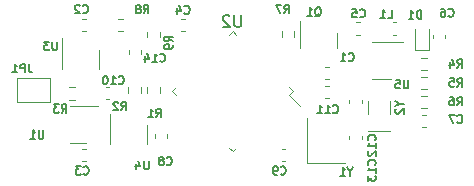
<source format=gbr>
%TF.GenerationSoftware,KiCad,Pcbnew,(6.0.2)*%
%TF.CreationDate,2022-06-11T15:58:10+03:00*%
%TF.ProjectId,keyholder,6b657968-6f6c-4646-9572-2e6b69636164,rev?*%
%TF.SameCoordinates,Original*%
%TF.FileFunction,Legend,Bot*%
%TF.FilePolarity,Positive*%
%FSLAX46Y46*%
G04 Gerber Fmt 4.6, Leading zero omitted, Abs format (unit mm)*
G04 Created by KiCad (PCBNEW (6.0.2)) date 2022-06-11 15:58:10*
%MOMM*%
%LPD*%
G01*
G04 APERTURE LIST*
%ADD10C,0.150000*%
%ADD11C,0.120000*%
G04 APERTURE END LIST*
D10*
%TO.C,R4*%
X98116666Y-120116666D02*
X98350000Y-119783333D01*
X98516666Y-120116666D02*
X98516666Y-119416666D01*
X98250000Y-119416666D01*
X98183333Y-119450000D01*
X98150000Y-119483333D01*
X98116666Y-119550000D01*
X98116666Y-119650000D01*
X98150000Y-119716666D01*
X98183333Y-119750000D01*
X98250000Y-119783333D01*
X98516666Y-119783333D01*
X97516666Y-119650000D02*
X97516666Y-120116666D01*
X97683333Y-119383333D02*
X97850000Y-119883333D01*
X97416666Y-119883333D01*
%TO.C,JP1*%
X61833333Y-119816666D02*
X61833333Y-120316666D01*
X61866666Y-120416666D01*
X61933333Y-120483333D01*
X62033333Y-120516666D01*
X62100000Y-120516666D01*
X61500000Y-120516666D02*
X61500000Y-119816666D01*
X61233333Y-119816666D01*
X61166666Y-119850000D01*
X61133333Y-119883333D01*
X61100000Y-119950000D01*
X61100000Y-120050000D01*
X61133333Y-120116666D01*
X61166666Y-120150000D01*
X61233333Y-120183333D01*
X61500000Y-120183333D01*
X60433333Y-120516666D02*
X60833333Y-120516666D01*
X60633333Y-120516666D02*
X60633333Y-119816666D01*
X60700000Y-119916666D01*
X60766666Y-119983333D01*
X60833333Y-120016666D01*
%TO.C,C5*%
X89866666Y-115800000D02*
X89900000Y-115833333D01*
X90000000Y-115866666D01*
X90066666Y-115866666D01*
X90166666Y-115833333D01*
X90233333Y-115766666D01*
X90266666Y-115700000D01*
X90300000Y-115566666D01*
X90300000Y-115466666D01*
X90266666Y-115333333D01*
X90233333Y-115266666D01*
X90166666Y-115200000D01*
X90066666Y-115166666D01*
X90000000Y-115166666D01*
X89900000Y-115200000D01*
X89866666Y-115233333D01*
X89233333Y-115166666D02*
X89566666Y-115166666D01*
X89600000Y-115500000D01*
X89566666Y-115466666D01*
X89500000Y-115433333D01*
X89333333Y-115433333D01*
X89266666Y-115466666D01*
X89233333Y-115500000D01*
X89200000Y-115566666D01*
X89200000Y-115733333D01*
X89233333Y-115800000D01*
X89266666Y-115833333D01*
X89333333Y-115866666D01*
X89500000Y-115866666D01*
X89566666Y-115833333D01*
X89600000Y-115800000D01*
%TO.C,R8*%
X71566666Y-115516666D02*
X71800000Y-115183333D01*
X71966666Y-115516666D02*
X71966666Y-114816666D01*
X71700000Y-114816666D01*
X71633333Y-114850000D01*
X71600000Y-114883333D01*
X71566666Y-114950000D01*
X71566666Y-115050000D01*
X71600000Y-115116666D01*
X71633333Y-115150000D01*
X71700000Y-115183333D01*
X71966666Y-115183333D01*
X71166666Y-115116666D02*
X71233333Y-115083333D01*
X71266666Y-115050000D01*
X71300000Y-114983333D01*
X71300000Y-114950000D01*
X71266666Y-114883333D01*
X71233333Y-114850000D01*
X71166666Y-114816666D01*
X71033333Y-114816666D01*
X70966666Y-114850000D01*
X70933333Y-114883333D01*
X70900000Y-114950000D01*
X70900000Y-114983333D01*
X70933333Y-115050000D01*
X70966666Y-115083333D01*
X71033333Y-115116666D01*
X71166666Y-115116666D01*
X71233333Y-115150000D01*
X71266666Y-115183333D01*
X71300000Y-115250000D01*
X71300000Y-115383333D01*
X71266666Y-115450000D01*
X71233333Y-115483333D01*
X71166666Y-115516666D01*
X71033333Y-115516666D01*
X70966666Y-115483333D01*
X70933333Y-115450000D01*
X70900000Y-115383333D01*
X70900000Y-115250000D01*
X70933333Y-115183333D01*
X70966666Y-115150000D01*
X71033333Y-115116666D01*
%TO.C,U2*%
X79811904Y-115652380D02*
X79811904Y-116461904D01*
X79764285Y-116557142D01*
X79716666Y-116604761D01*
X79621428Y-116652380D01*
X79430952Y-116652380D01*
X79335714Y-116604761D01*
X79288095Y-116557142D01*
X79240476Y-116461904D01*
X79240476Y-115652380D01*
X78811904Y-115747619D02*
X78764285Y-115700000D01*
X78669047Y-115652380D01*
X78430952Y-115652380D01*
X78335714Y-115700000D01*
X78288095Y-115747619D01*
X78240476Y-115842857D01*
X78240476Y-115938095D01*
X78288095Y-116080952D01*
X78859523Y-116652380D01*
X78240476Y-116652380D01*
%TO.C,C13*%
X91150000Y-128350000D02*
X91183333Y-128316666D01*
X91216666Y-128216666D01*
X91216666Y-128150000D01*
X91183333Y-128050000D01*
X91116666Y-127983333D01*
X91050000Y-127950000D01*
X90916666Y-127916666D01*
X90816666Y-127916666D01*
X90683333Y-127950000D01*
X90616666Y-127983333D01*
X90550000Y-128050000D01*
X90516666Y-128150000D01*
X90516666Y-128216666D01*
X90550000Y-128316666D01*
X90583333Y-128350000D01*
X91216666Y-129016666D02*
X91216666Y-128616666D01*
X91216666Y-128816666D02*
X90516666Y-128816666D01*
X90616666Y-128750000D01*
X90683333Y-128683333D01*
X90716666Y-128616666D01*
X90516666Y-129250000D02*
X90516666Y-129683333D01*
X90783333Y-129450000D01*
X90783333Y-129550000D01*
X90816666Y-129616666D01*
X90850000Y-129650000D01*
X90916666Y-129683333D01*
X91083333Y-129683333D01*
X91150000Y-129650000D01*
X91183333Y-129616666D01*
X91216666Y-129550000D01*
X91216666Y-129350000D01*
X91183333Y-129283333D01*
X91150000Y-129250000D01*
%TO.C,R3*%
X64616666Y-123916666D02*
X64850000Y-123583333D01*
X65016666Y-123916666D02*
X65016666Y-123216666D01*
X64750000Y-123216666D01*
X64683333Y-123250000D01*
X64650000Y-123283333D01*
X64616666Y-123350000D01*
X64616666Y-123450000D01*
X64650000Y-123516666D01*
X64683333Y-123550000D01*
X64750000Y-123583333D01*
X65016666Y-123583333D01*
X64383333Y-123216666D02*
X63950000Y-123216666D01*
X64183333Y-123483333D01*
X64083333Y-123483333D01*
X64016666Y-123516666D01*
X63983333Y-123550000D01*
X63950000Y-123616666D01*
X63950000Y-123783333D01*
X63983333Y-123850000D01*
X64016666Y-123883333D01*
X64083333Y-123916666D01*
X64283333Y-123916666D01*
X64350000Y-123883333D01*
X64383333Y-123850000D01*
%TO.C,C4*%
X75016666Y-115500000D02*
X75050000Y-115533333D01*
X75150000Y-115566666D01*
X75216666Y-115566666D01*
X75316666Y-115533333D01*
X75383333Y-115466666D01*
X75416666Y-115400000D01*
X75450000Y-115266666D01*
X75450000Y-115166666D01*
X75416666Y-115033333D01*
X75383333Y-114966666D01*
X75316666Y-114900000D01*
X75216666Y-114866666D01*
X75150000Y-114866666D01*
X75050000Y-114900000D01*
X75016666Y-114933333D01*
X74416666Y-115100000D02*
X74416666Y-115566666D01*
X74583333Y-114833333D02*
X74750000Y-115333333D01*
X74316666Y-115333333D01*
%TO.C,Q1*%
X86066666Y-115783333D02*
X86133333Y-115750000D01*
X86200000Y-115683333D01*
X86300000Y-115583333D01*
X86366666Y-115550000D01*
X86433333Y-115550000D01*
X86400000Y-115716666D02*
X86466666Y-115683333D01*
X86533333Y-115616666D01*
X86566666Y-115483333D01*
X86566666Y-115250000D01*
X86533333Y-115116666D01*
X86466666Y-115050000D01*
X86400000Y-115016666D01*
X86266666Y-115016666D01*
X86200000Y-115050000D01*
X86133333Y-115116666D01*
X86100000Y-115250000D01*
X86100000Y-115483333D01*
X86133333Y-115616666D01*
X86200000Y-115683333D01*
X86266666Y-115716666D01*
X86400000Y-115716666D01*
X85433333Y-115716666D02*
X85833333Y-115716666D01*
X85633333Y-115716666D02*
X85633333Y-115016666D01*
X85700000Y-115116666D01*
X85766666Y-115183333D01*
X85833333Y-115216666D01*
%TO.C,C12*%
X91150000Y-126250000D02*
X91183333Y-126216666D01*
X91216666Y-126116666D01*
X91216666Y-126050000D01*
X91183333Y-125950000D01*
X91116666Y-125883333D01*
X91050000Y-125850000D01*
X90916666Y-125816666D01*
X90816666Y-125816666D01*
X90683333Y-125850000D01*
X90616666Y-125883333D01*
X90550000Y-125950000D01*
X90516666Y-126050000D01*
X90516666Y-126116666D01*
X90550000Y-126216666D01*
X90583333Y-126250000D01*
X91216666Y-126916666D02*
X91216666Y-126516666D01*
X91216666Y-126716666D02*
X90516666Y-126716666D01*
X90616666Y-126650000D01*
X90683333Y-126583333D01*
X90716666Y-126516666D01*
X90583333Y-127183333D02*
X90550000Y-127216666D01*
X90516666Y-127283333D01*
X90516666Y-127450000D01*
X90550000Y-127516666D01*
X90583333Y-127550000D01*
X90650000Y-127583333D01*
X90716666Y-127583333D01*
X90816666Y-127550000D01*
X91216666Y-127150000D01*
X91216666Y-127583333D01*
%TO.C,R2*%
X69666666Y-123716666D02*
X69900000Y-123383333D01*
X70066666Y-123716666D02*
X70066666Y-123016666D01*
X69800000Y-123016666D01*
X69733333Y-123050000D01*
X69700000Y-123083333D01*
X69666666Y-123150000D01*
X69666666Y-123250000D01*
X69700000Y-123316666D01*
X69733333Y-123350000D01*
X69800000Y-123383333D01*
X70066666Y-123383333D01*
X69400000Y-123083333D02*
X69366666Y-123050000D01*
X69300000Y-123016666D01*
X69133333Y-123016666D01*
X69066666Y-123050000D01*
X69033333Y-123083333D01*
X69000000Y-123150000D01*
X69000000Y-123216666D01*
X69033333Y-123316666D01*
X69433333Y-123716666D01*
X69000000Y-123716666D01*
%TO.C,U1*%
X63083333Y-125416666D02*
X63083333Y-125983333D01*
X63050000Y-126050000D01*
X63016666Y-126083333D01*
X62950000Y-126116666D01*
X62816666Y-126116666D01*
X62750000Y-126083333D01*
X62716666Y-126050000D01*
X62683333Y-125983333D01*
X62683333Y-125416666D01*
X61983333Y-126116666D02*
X62383333Y-126116666D01*
X62183333Y-126116666D02*
X62183333Y-125416666D01*
X62250000Y-125516666D01*
X62316666Y-125583333D01*
X62383333Y-125616666D01*
%TO.C,C8*%
X73516666Y-128300000D02*
X73550000Y-128333333D01*
X73650000Y-128366666D01*
X73716666Y-128366666D01*
X73816666Y-128333333D01*
X73883333Y-128266666D01*
X73916666Y-128200000D01*
X73950000Y-128066666D01*
X73950000Y-127966666D01*
X73916666Y-127833333D01*
X73883333Y-127766666D01*
X73816666Y-127700000D01*
X73716666Y-127666666D01*
X73650000Y-127666666D01*
X73550000Y-127700000D01*
X73516666Y-127733333D01*
X73116666Y-127966666D02*
X73183333Y-127933333D01*
X73216666Y-127900000D01*
X73250000Y-127833333D01*
X73250000Y-127800000D01*
X73216666Y-127733333D01*
X73183333Y-127700000D01*
X73116666Y-127666666D01*
X72983333Y-127666666D01*
X72916666Y-127700000D01*
X72883333Y-127733333D01*
X72850000Y-127800000D01*
X72850000Y-127833333D01*
X72883333Y-127900000D01*
X72916666Y-127933333D01*
X72983333Y-127966666D01*
X73116666Y-127966666D01*
X73183333Y-128000000D01*
X73216666Y-128033333D01*
X73250000Y-128100000D01*
X73250000Y-128233333D01*
X73216666Y-128300000D01*
X73183333Y-128333333D01*
X73116666Y-128366666D01*
X72983333Y-128366666D01*
X72916666Y-128333333D01*
X72883333Y-128300000D01*
X72850000Y-128233333D01*
X72850000Y-128100000D01*
X72883333Y-128033333D01*
X72916666Y-128000000D01*
X72983333Y-127966666D01*
%TO.C,C6*%
X97366666Y-115750000D02*
X97400000Y-115783333D01*
X97500000Y-115816666D01*
X97566666Y-115816666D01*
X97666666Y-115783333D01*
X97733333Y-115716666D01*
X97766666Y-115650000D01*
X97800000Y-115516666D01*
X97800000Y-115416666D01*
X97766666Y-115283333D01*
X97733333Y-115216666D01*
X97666666Y-115150000D01*
X97566666Y-115116666D01*
X97500000Y-115116666D01*
X97400000Y-115150000D01*
X97366666Y-115183333D01*
X96766666Y-115116666D02*
X96900000Y-115116666D01*
X96966666Y-115150000D01*
X97000000Y-115183333D01*
X97066666Y-115283333D01*
X97100000Y-115416666D01*
X97100000Y-115683333D01*
X97066666Y-115750000D01*
X97033333Y-115783333D01*
X96966666Y-115816666D01*
X96833333Y-115816666D01*
X96766666Y-115783333D01*
X96733333Y-115750000D01*
X96700000Y-115683333D01*
X96700000Y-115516666D01*
X96733333Y-115450000D01*
X96766666Y-115416666D01*
X96833333Y-115383333D01*
X96966666Y-115383333D01*
X97033333Y-115416666D01*
X97066666Y-115450000D01*
X97100000Y-115516666D01*
%TO.C,R1*%
X72616666Y-124316666D02*
X72850000Y-123983333D01*
X73016666Y-124316666D02*
X73016666Y-123616666D01*
X72750000Y-123616666D01*
X72683333Y-123650000D01*
X72650000Y-123683333D01*
X72616666Y-123750000D01*
X72616666Y-123850000D01*
X72650000Y-123916666D01*
X72683333Y-123950000D01*
X72750000Y-123983333D01*
X73016666Y-123983333D01*
X71950000Y-124316666D02*
X72350000Y-124316666D01*
X72150000Y-124316666D02*
X72150000Y-123616666D01*
X72216666Y-123716666D01*
X72283333Y-123783333D01*
X72350000Y-123816666D01*
%TO.C,U3*%
X64233333Y-117916666D02*
X64233333Y-118483333D01*
X64200000Y-118550000D01*
X64166666Y-118583333D01*
X64100000Y-118616666D01*
X63966666Y-118616666D01*
X63900000Y-118583333D01*
X63866666Y-118550000D01*
X63833333Y-118483333D01*
X63833333Y-117916666D01*
X63566666Y-117916666D02*
X63133333Y-117916666D01*
X63366666Y-118183333D01*
X63266666Y-118183333D01*
X63200000Y-118216666D01*
X63166666Y-118250000D01*
X63133333Y-118316666D01*
X63133333Y-118483333D01*
X63166666Y-118550000D01*
X63200000Y-118583333D01*
X63266666Y-118616666D01*
X63466666Y-118616666D01*
X63533333Y-118583333D01*
X63566666Y-118550000D01*
%TO.C,C14*%
X72950000Y-119550000D02*
X72983333Y-119583333D01*
X73083333Y-119616666D01*
X73150000Y-119616666D01*
X73250000Y-119583333D01*
X73316666Y-119516666D01*
X73350000Y-119450000D01*
X73383333Y-119316666D01*
X73383333Y-119216666D01*
X73350000Y-119083333D01*
X73316666Y-119016666D01*
X73250000Y-118950000D01*
X73150000Y-118916666D01*
X73083333Y-118916666D01*
X72983333Y-118950000D01*
X72950000Y-118983333D01*
X72283333Y-119616666D02*
X72683333Y-119616666D01*
X72483333Y-119616666D02*
X72483333Y-118916666D01*
X72550000Y-119016666D01*
X72616666Y-119083333D01*
X72683333Y-119116666D01*
X71683333Y-119150000D02*
X71683333Y-119616666D01*
X71850000Y-118883333D02*
X72016666Y-119383333D01*
X71583333Y-119383333D01*
%TO.C,U5*%
X93983333Y-121166666D02*
X93983333Y-121733333D01*
X93950000Y-121800000D01*
X93916666Y-121833333D01*
X93850000Y-121866666D01*
X93716666Y-121866666D01*
X93650000Y-121833333D01*
X93616666Y-121800000D01*
X93583333Y-121733333D01*
X93583333Y-121166666D01*
X92916666Y-121166666D02*
X93250000Y-121166666D01*
X93283333Y-121500000D01*
X93250000Y-121466666D01*
X93183333Y-121433333D01*
X93016666Y-121433333D01*
X92950000Y-121466666D01*
X92916666Y-121500000D01*
X92883333Y-121566666D01*
X92883333Y-121733333D01*
X92916666Y-121800000D01*
X92950000Y-121833333D01*
X93016666Y-121866666D01*
X93183333Y-121866666D01*
X93250000Y-121833333D01*
X93283333Y-121800000D01*
%TO.C,U4*%
X71983333Y-128016666D02*
X71983333Y-128583333D01*
X71950000Y-128650000D01*
X71916666Y-128683333D01*
X71850000Y-128716666D01*
X71716666Y-128716666D01*
X71650000Y-128683333D01*
X71616666Y-128650000D01*
X71583333Y-128583333D01*
X71583333Y-128016666D01*
X70950000Y-128250000D02*
X70950000Y-128716666D01*
X71116666Y-127983333D02*
X71283333Y-128483333D01*
X70850000Y-128483333D01*
%TO.C,C10*%
X69450000Y-121450000D02*
X69483333Y-121483333D01*
X69583333Y-121516666D01*
X69650000Y-121516666D01*
X69750000Y-121483333D01*
X69816666Y-121416666D01*
X69850000Y-121350000D01*
X69883333Y-121216666D01*
X69883333Y-121116666D01*
X69850000Y-120983333D01*
X69816666Y-120916666D01*
X69750000Y-120850000D01*
X69650000Y-120816666D01*
X69583333Y-120816666D01*
X69483333Y-120850000D01*
X69450000Y-120883333D01*
X68783333Y-121516666D02*
X69183333Y-121516666D01*
X68983333Y-121516666D02*
X68983333Y-120816666D01*
X69050000Y-120916666D01*
X69116666Y-120983333D01*
X69183333Y-121016666D01*
X68350000Y-120816666D02*
X68283333Y-120816666D01*
X68216666Y-120850000D01*
X68183333Y-120883333D01*
X68150000Y-120950000D01*
X68116666Y-121083333D01*
X68116666Y-121250000D01*
X68150000Y-121383333D01*
X68183333Y-121450000D01*
X68216666Y-121483333D01*
X68283333Y-121516666D01*
X68350000Y-121516666D01*
X68416666Y-121483333D01*
X68450000Y-121450000D01*
X68483333Y-121383333D01*
X68516666Y-121250000D01*
X68516666Y-121083333D01*
X68483333Y-120950000D01*
X68450000Y-120883333D01*
X68416666Y-120850000D01*
X68350000Y-120816666D01*
%TO.C,C3*%
X66466666Y-129100000D02*
X66500000Y-129133333D01*
X66600000Y-129166666D01*
X66666666Y-129166666D01*
X66766666Y-129133333D01*
X66833333Y-129066666D01*
X66866666Y-129000000D01*
X66900000Y-128866666D01*
X66900000Y-128766666D01*
X66866666Y-128633333D01*
X66833333Y-128566666D01*
X66766666Y-128500000D01*
X66666666Y-128466666D01*
X66600000Y-128466666D01*
X66500000Y-128500000D01*
X66466666Y-128533333D01*
X66233333Y-128466666D02*
X65800000Y-128466666D01*
X66033333Y-128733333D01*
X65933333Y-128733333D01*
X65866666Y-128766666D01*
X65833333Y-128800000D01*
X65800000Y-128866666D01*
X65800000Y-129033333D01*
X65833333Y-129100000D01*
X65866666Y-129133333D01*
X65933333Y-129166666D01*
X66133333Y-129166666D01*
X66200000Y-129133333D01*
X66233333Y-129100000D01*
%TO.C,Y1*%
X89033333Y-128933333D02*
X89033333Y-129266666D01*
X89266666Y-128566666D02*
X89033333Y-128933333D01*
X88800000Y-128566666D01*
X88200000Y-129266666D02*
X88600000Y-129266666D01*
X88400000Y-129266666D02*
X88400000Y-128566666D01*
X88466666Y-128666666D01*
X88533333Y-128733333D01*
X88600000Y-128766666D01*
%TO.C,C2*%
X66416666Y-115450000D02*
X66450000Y-115483333D01*
X66550000Y-115516666D01*
X66616666Y-115516666D01*
X66716666Y-115483333D01*
X66783333Y-115416666D01*
X66816666Y-115350000D01*
X66850000Y-115216666D01*
X66850000Y-115116666D01*
X66816666Y-114983333D01*
X66783333Y-114916666D01*
X66716666Y-114850000D01*
X66616666Y-114816666D01*
X66550000Y-114816666D01*
X66450000Y-114850000D01*
X66416666Y-114883333D01*
X66150000Y-114883333D02*
X66116666Y-114850000D01*
X66050000Y-114816666D01*
X65883333Y-114816666D01*
X65816666Y-114850000D01*
X65783333Y-114883333D01*
X65750000Y-114950000D01*
X65750000Y-115016666D01*
X65783333Y-115116666D01*
X66183333Y-115516666D01*
X65750000Y-115516666D01*
%TO.C,L1*%
X92216666Y-115916666D02*
X92550000Y-115916666D01*
X92550000Y-115216666D01*
X91616666Y-115916666D02*
X92016666Y-115916666D01*
X91816666Y-115916666D02*
X91816666Y-115216666D01*
X91883333Y-115316666D01*
X91950000Y-115383333D01*
X92016666Y-115416666D01*
%TO.C,R7*%
X83466666Y-115516666D02*
X83700000Y-115183333D01*
X83866666Y-115516666D02*
X83866666Y-114816666D01*
X83600000Y-114816666D01*
X83533333Y-114850000D01*
X83500000Y-114883333D01*
X83466666Y-114950000D01*
X83466666Y-115050000D01*
X83500000Y-115116666D01*
X83533333Y-115150000D01*
X83600000Y-115183333D01*
X83866666Y-115183333D01*
X83233333Y-114816666D02*
X82766666Y-114816666D01*
X83066666Y-115516666D01*
%TO.C,R6*%
X98116666Y-123316666D02*
X98350000Y-122983333D01*
X98516666Y-123316666D02*
X98516666Y-122616666D01*
X98250000Y-122616666D01*
X98183333Y-122650000D01*
X98150000Y-122683333D01*
X98116666Y-122750000D01*
X98116666Y-122850000D01*
X98150000Y-122916666D01*
X98183333Y-122950000D01*
X98250000Y-122983333D01*
X98516666Y-122983333D01*
X97516666Y-122616666D02*
X97650000Y-122616666D01*
X97716666Y-122650000D01*
X97750000Y-122683333D01*
X97816666Y-122783333D01*
X97850000Y-122916666D01*
X97850000Y-123183333D01*
X97816666Y-123250000D01*
X97783333Y-123283333D01*
X97716666Y-123316666D01*
X97583333Y-123316666D01*
X97516666Y-123283333D01*
X97483333Y-123250000D01*
X97450000Y-123183333D01*
X97450000Y-123016666D01*
X97483333Y-122950000D01*
X97516666Y-122916666D01*
X97583333Y-122883333D01*
X97716666Y-122883333D01*
X97783333Y-122916666D01*
X97816666Y-122950000D01*
X97850000Y-123016666D01*
%TO.C,C9*%
X83166666Y-129100000D02*
X83200000Y-129133333D01*
X83300000Y-129166666D01*
X83366666Y-129166666D01*
X83466666Y-129133333D01*
X83533333Y-129066666D01*
X83566666Y-129000000D01*
X83600000Y-128866666D01*
X83600000Y-128766666D01*
X83566666Y-128633333D01*
X83533333Y-128566666D01*
X83466666Y-128500000D01*
X83366666Y-128466666D01*
X83300000Y-128466666D01*
X83200000Y-128500000D01*
X83166666Y-128533333D01*
X82833333Y-129166666D02*
X82700000Y-129166666D01*
X82633333Y-129133333D01*
X82600000Y-129100000D01*
X82533333Y-129000000D01*
X82500000Y-128866666D01*
X82500000Y-128600000D01*
X82533333Y-128533333D01*
X82566666Y-128500000D01*
X82633333Y-128466666D01*
X82766666Y-128466666D01*
X82833333Y-128500000D01*
X82866666Y-128533333D01*
X82900000Y-128600000D01*
X82900000Y-128766666D01*
X82866666Y-128833333D01*
X82833333Y-128866666D01*
X82766666Y-128900000D01*
X82633333Y-128900000D01*
X82566666Y-128866666D01*
X82533333Y-128833333D01*
X82500000Y-128766666D01*
%TO.C,C7*%
X98116666Y-124750000D02*
X98150000Y-124783333D01*
X98250000Y-124816666D01*
X98316666Y-124816666D01*
X98416666Y-124783333D01*
X98483333Y-124716666D01*
X98516666Y-124650000D01*
X98550000Y-124516666D01*
X98550000Y-124416666D01*
X98516666Y-124283333D01*
X98483333Y-124216666D01*
X98416666Y-124150000D01*
X98316666Y-124116666D01*
X98250000Y-124116666D01*
X98150000Y-124150000D01*
X98116666Y-124183333D01*
X97883333Y-124116666D02*
X97416666Y-124116666D01*
X97716666Y-124816666D01*
%TO.C,C1*%
X88916666Y-119500000D02*
X88950000Y-119533333D01*
X89050000Y-119566666D01*
X89116666Y-119566666D01*
X89216666Y-119533333D01*
X89283333Y-119466666D01*
X89316666Y-119400000D01*
X89350000Y-119266666D01*
X89350000Y-119166666D01*
X89316666Y-119033333D01*
X89283333Y-118966666D01*
X89216666Y-118900000D01*
X89116666Y-118866666D01*
X89050000Y-118866666D01*
X88950000Y-118900000D01*
X88916666Y-118933333D01*
X88250000Y-119566666D02*
X88650000Y-119566666D01*
X88450000Y-119566666D02*
X88450000Y-118866666D01*
X88516666Y-118966666D01*
X88583333Y-119033333D01*
X88650000Y-119066666D01*
%TO.C,Y2*%
X93233333Y-123166666D02*
X93566666Y-123166666D01*
X92866666Y-122933333D02*
X93233333Y-123166666D01*
X92866666Y-123400000D01*
X92933333Y-123600000D02*
X92900000Y-123633333D01*
X92866666Y-123700000D01*
X92866666Y-123866666D01*
X92900000Y-123933333D01*
X92933333Y-123966666D01*
X93000000Y-124000000D01*
X93066666Y-124000000D01*
X93166666Y-123966666D01*
X93566666Y-123566666D01*
X93566666Y-124000000D01*
%TO.C,R5*%
X98116666Y-121716666D02*
X98350000Y-121383333D01*
X98516666Y-121716666D02*
X98516666Y-121016666D01*
X98250000Y-121016666D01*
X98183333Y-121050000D01*
X98150000Y-121083333D01*
X98116666Y-121150000D01*
X98116666Y-121250000D01*
X98150000Y-121316666D01*
X98183333Y-121350000D01*
X98250000Y-121383333D01*
X98516666Y-121383333D01*
X97483333Y-121016666D02*
X97816666Y-121016666D01*
X97850000Y-121350000D01*
X97816666Y-121316666D01*
X97750000Y-121283333D01*
X97583333Y-121283333D01*
X97516666Y-121316666D01*
X97483333Y-121350000D01*
X97450000Y-121416666D01*
X97450000Y-121583333D01*
X97483333Y-121650000D01*
X97516666Y-121683333D01*
X97583333Y-121716666D01*
X97750000Y-121716666D01*
X97816666Y-121683333D01*
X97850000Y-121650000D01*
%TO.C,C11*%
X87600000Y-123900000D02*
X87633333Y-123933333D01*
X87733333Y-123966666D01*
X87800000Y-123966666D01*
X87900000Y-123933333D01*
X87966666Y-123866666D01*
X88000000Y-123800000D01*
X88033333Y-123666666D01*
X88033333Y-123566666D01*
X88000000Y-123433333D01*
X87966666Y-123366666D01*
X87900000Y-123300000D01*
X87800000Y-123266666D01*
X87733333Y-123266666D01*
X87633333Y-123300000D01*
X87600000Y-123333333D01*
X86933333Y-123966666D02*
X87333333Y-123966666D01*
X87133333Y-123966666D02*
X87133333Y-123266666D01*
X87200000Y-123366666D01*
X87266666Y-123433333D01*
X87333333Y-123466666D01*
X86266666Y-123966666D02*
X86666666Y-123966666D01*
X86466666Y-123966666D02*
X86466666Y-123266666D01*
X86533333Y-123366666D01*
X86600000Y-123433333D01*
X86666666Y-123466666D01*
%TO.C,R9*%
X74016666Y-117883333D02*
X73683333Y-117650000D01*
X74016666Y-117483333D02*
X73316666Y-117483333D01*
X73316666Y-117750000D01*
X73350000Y-117816666D01*
X73383333Y-117850000D01*
X73450000Y-117883333D01*
X73550000Y-117883333D01*
X73616666Y-117850000D01*
X73650000Y-117816666D01*
X73683333Y-117750000D01*
X73683333Y-117483333D01*
X74016666Y-118216666D02*
X74016666Y-118350000D01*
X73983333Y-118416666D01*
X73950000Y-118450000D01*
X73850000Y-118516666D01*
X73716666Y-118550000D01*
X73450000Y-118550000D01*
X73383333Y-118516666D01*
X73350000Y-118483333D01*
X73316666Y-118416666D01*
X73316666Y-118283333D01*
X73350000Y-118216666D01*
X73383333Y-118183333D01*
X73450000Y-118150000D01*
X73616666Y-118150000D01*
X73683333Y-118183333D01*
X73716666Y-118216666D01*
X73750000Y-118283333D01*
X73750000Y-118416666D01*
X73716666Y-118483333D01*
X73683333Y-118516666D01*
X73616666Y-118550000D01*
%TO.C,D1*%
X95066666Y-115966666D02*
X95066666Y-115266666D01*
X94900000Y-115266666D01*
X94800000Y-115300000D01*
X94733333Y-115366666D01*
X94700000Y-115433333D01*
X94666666Y-115566666D01*
X94666666Y-115666666D01*
X94700000Y-115800000D01*
X94733333Y-115866666D01*
X94800000Y-115933333D01*
X94900000Y-115966666D01*
X95066666Y-115966666D01*
X94000000Y-115966666D02*
X94400000Y-115966666D01*
X94200000Y-115966666D02*
X94200000Y-115266666D01*
X94266666Y-115366666D01*
X94333333Y-115433333D01*
X94400000Y-115466666D01*
D11*
%TO.C,R4*%
X95537258Y-119277500D02*
X95062742Y-119277500D01*
X95537258Y-120322500D02*
X95062742Y-120322500D01*
%TO.C,JP1*%
X63600000Y-121000000D02*
X60800000Y-121000000D01*
X60800000Y-121000000D02*
X60800000Y-123000000D01*
X60800000Y-123000000D02*
X63600000Y-123000000D01*
X63600000Y-123000000D02*
X63600000Y-121000000D01*
%TO.C,C5*%
X89840580Y-117310000D02*
X89559420Y-117310000D01*
X89840580Y-116290000D02*
X89559420Y-116290000D01*
%TO.C,R8*%
X69837258Y-115977500D02*
X69362742Y-115977500D01*
X69837258Y-117022500D02*
X69362742Y-117022500D01*
%TO.C,U2*%
X83887113Y-122418198D02*
X84799281Y-123330366D01*
X79100000Y-127205311D02*
X79418198Y-126887113D01*
X73994689Y-122100000D02*
X74312887Y-121781802D01*
X78781802Y-126887113D02*
X79100000Y-127205311D01*
X84205311Y-122100000D02*
X83887113Y-122418198D01*
X83887113Y-121781802D02*
X84205311Y-122100000D01*
X79100000Y-116994689D02*
X78781802Y-117312887D01*
X74312887Y-122418198D02*
X73994689Y-122100000D01*
X79418198Y-117312887D02*
X79100000Y-116994689D01*
%TO.C,C13*%
X90010000Y-125859420D02*
X90010000Y-126140580D01*
X88990000Y-125859420D02*
X88990000Y-126140580D01*
%TO.C,R3*%
X65262742Y-121777500D02*
X65737258Y-121777500D01*
X65262742Y-122822500D02*
X65737258Y-122822500D01*
%TO.C,C4*%
X74759420Y-115990000D02*
X75040580Y-115990000D01*
X74759420Y-117010000D02*
X75040580Y-117010000D01*
%TO.C,Q1*%
X84840000Y-117800000D02*
X84840000Y-116125000D01*
X87960000Y-117800000D02*
X87960000Y-118450000D01*
X84840000Y-117800000D02*
X84840000Y-118450000D01*
X87960000Y-117800000D02*
X87960000Y-117150000D01*
%TO.C,C12*%
X90010000Y-123140580D02*
X90010000Y-122859420D01*
X88990000Y-123140580D02*
X88990000Y-122859420D01*
%TO.C,R2*%
X71322500Y-121762742D02*
X71322500Y-122237258D01*
X70277500Y-121762742D02*
X70277500Y-122237258D01*
%TO.C,U1*%
X66000000Y-126460000D02*
X66650000Y-126460000D01*
X66000000Y-123340000D02*
X67675000Y-123340000D01*
X66000000Y-123340000D02*
X65350000Y-123340000D01*
X66000000Y-126460000D02*
X65350000Y-126460000D01*
%TO.C,C8*%
X72490000Y-126040580D02*
X72490000Y-125759420D01*
X73510000Y-126040580D02*
X73510000Y-125759420D01*
%TO.C,C6*%
X96090000Y-117640580D02*
X96090000Y-117359420D01*
X97110000Y-117640580D02*
X97110000Y-117359420D01*
%TO.C,R1*%
X71877500Y-121762742D02*
X71877500Y-122237258D01*
X72922500Y-121762742D02*
X72922500Y-122237258D01*
%TO.C,U3*%
X64640000Y-119400000D02*
X64640000Y-120200000D01*
X67760000Y-119400000D02*
X67760000Y-118600000D01*
X67760000Y-119400000D02*
X67760000Y-120200000D01*
X64640000Y-119400000D02*
X64640000Y-117600000D01*
%TO.C,C14*%
X71310000Y-118659420D02*
X71310000Y-118940580D01*
X70290000Y-118659420D02*
X70290000Y-118940580D01*
%TO.C,U5*%
X91700000Y-121060000D02*
X90900000Y-121060000D01*
X91700000Y-121060000D02*
X92500000Y-121060000D01*
X91700000Y-117940000D02*
X93500000Y-117940000D01*
X91700000Y-117940000D02*
X90900000Y-117940000D01*
%TO.C,U4*%
X68740000Y-125800000D02*
X68740000Y-126600000D01*
X68740000Y-125800000D02*
X68740000Y-124000000D01*
X71860000Y-125800000D02*
X71860000Y-126600000D01*
X71860000Y-125800000D02*
X71860000Y-125000000D01*
%TO.C,C10*%
X68640580Y-122810000D02*
X68359420Y-122810000D01*
X68640580Y-121790000D02*
X68359420Y-121790000D01*
%TO.C,C3*%
X66640580Y-126990000D02*
X66359420Y-126990000D01*
X66640580Y-128010000D02*
X66359420Y-128010000D01*
%TO.C,Y1*%
X85425000Y-128200000D02*
X85425000Y-124400000D01*
X88575000Y-128200000D02*
X85425000Y-128200000D01*
%TO.C,C2*%
X66640580Y-117010000D02*
X66359420Y-117010000D01*
X66640580Y-115990000D02*
X66359420Y-115990000D01*
%TO.C,L1*%
X92637221Y-116290000D02*
X92962779Y-116290000D01*
X92637221Y-117310000D02*
X92962779Y-117310000D01*
%TO.C,R7*%
X84322500Y-117487258D02*
X84322500Y-117012742D01*
X83277500Y-117487258D02*
X83277500Y-117012742D01*
%TO.C,R6*%
X95062742Y-123522500D02*
X95537258Y-123522500D01*
X95062742Y-122477500D02*
X95537258Y-122477500D01*
%TO.C,C9*%
X83540580Y-128010000D02*
X83259420Y-128010000D01*
X83540580Y-126990000D02*
X83259420Y-126990000D01*
%TO.C,C7*%
X95440580Y-125110000D02*
X95159420Y-125110000D01*
X95440580Y-124090000D02*
X95159420Y-124090000D01*
%TO.C,C1*%
X87240580Y-121110000D02*
X86959420Y-121110000D01*
X87240580Y-120090000D02*
X86959420Y-120090000D01*
%TO.C,Y2*%
X90550000Y-124050000D02*
X90550000Y-122950000D01*
X92450000Y-124050000D02*
X92450000Y-122950000D01*
X92400000Y-125450000D02*
X90600000Y-125450000D01*
%TO.C,R5*%
X95062742Y-120877500D02*
X95537258Y-120877500D01*
X95062742Y-121922500D02*
X95537258Y-121922500D01*
%TO.C,C11*%
X87240580Y-121690000D02*
X86959420Y-121690000D01*
X87240580Y-122710000D02*
X86959420Y-122710000D01*
%TO.C,R9*%
X72922500Y-117537258D02*
X72922500Y-117062742D01*
X71877500Y-117537258D02*
X71877500Y-117062742D01*
%TO.C,D1*%
X95700000Y-118650000D02*
X94500000Y-118650000D01*
X95700000Y-116800000D02*
X95700000Y-118650000D01*
X94500000Y-116800000D02*
X94500000Y-118650000D01*
%TD*%
M02*

</source>
